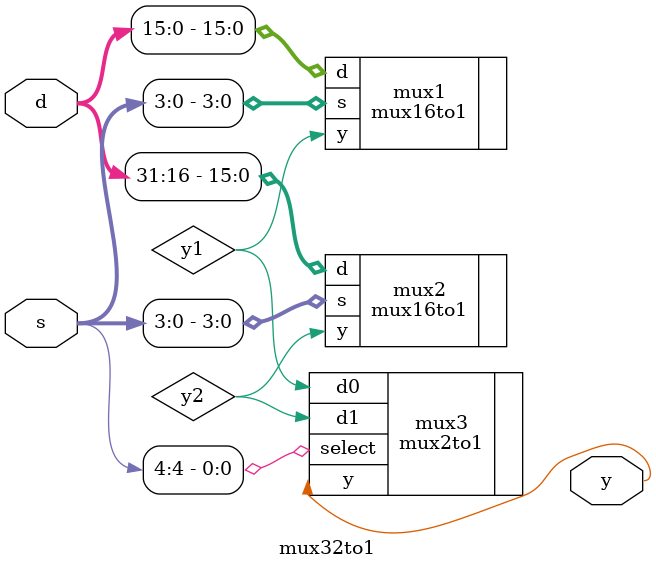
<source format=sv>
`timescale 1ps/100fs;
module mux32to1(d, s, y);
	input logic [31:0] d;
	input logic [4:0] s;
	output logic y;
	logic y1, y2;

	mux16to1 mux1 (.d(d[15:0]),.s(s[3:0]),.y(y1));
   mux16to1 mux2 (.d(d[31:16]),.s(s[3:0]),.y(y2));
   mux2to1 mux3(.d0(y1),.d1(y2),.select(s[4]),.y(y));
endmodule
</source>
